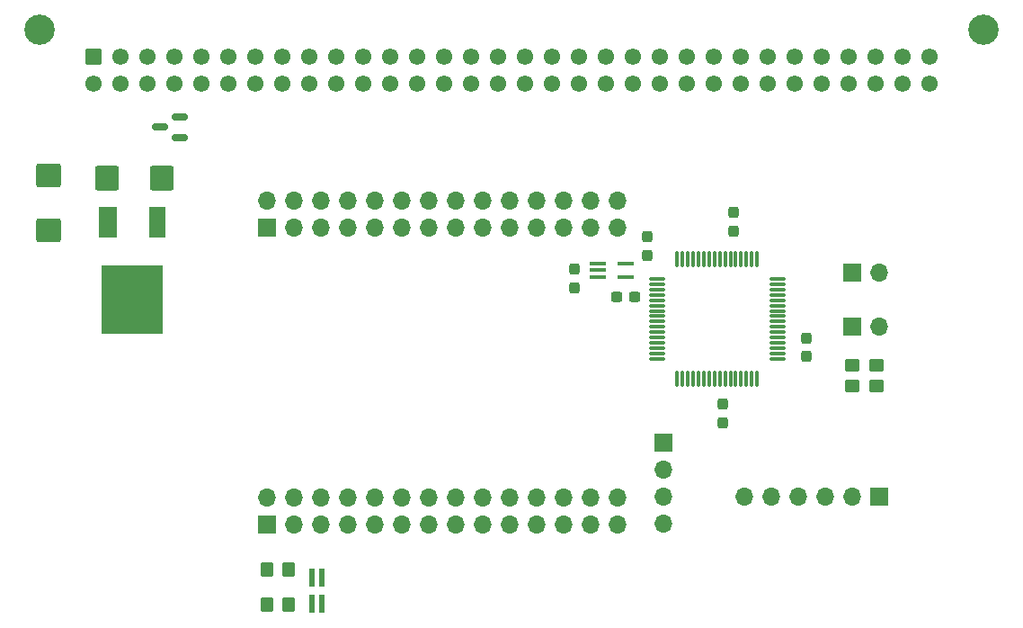
<source format=gbr>
%TF.GenerationSoftware,KiCad,Pcbnew,(6.0.9-0)*%
%TF.CreationDate,2023-01-09T20:35:06+02:00*%
%TF.ProjectId,QE_PCB,51455f50-4342-42e6-9b69-6361645f7063,rev?*%
%TF.SameCoordinates,Original*%
%TF.FileFunction,Soldermask,Top*%
%TF.FilePolarity,Negative*%
%FSLAX46Y46*%
G04 Gerber Fmt 4.6, Leading zero omitted, Abs format (unit mm)*
G04 Created by KiCad (PCBNEW (6.0.9-0)) date 2023-01-09 20:35:06*
%MOMM*%
%LPD*%
G01*
G04 APERTURE LIST*
G04 Aperture macros list*
%AMRoundRect*
0 Rectangle with rounded corners*
0 $1 Rounding radius*
0 $2 $3 $4 $5 $6 $7 $8 $9 X,Y pos of 4 corners*
0 Add a 4 corners polygon primitive as box body*
4,1,4,$2,$3,$4,$5,$6,$7,$8,$9,$2,$3,0*
0 Add four circle primitives for the rounded corners*
1,1,$1+$1,$2,$3*
1,1,$1+$1,$4,$5*
1,1,$1+$1,$6,$7*
1,1,$1+$1,$8,$9*
0 Add four rect primitives between the rounded corners*
20,1,$1+$1,$2,$3,$4,$5,0*
20,1,$1+$1,$4,$5,$6,$7,0*
20,1,$1+$1,$6,$7,$8,$9,0*
20,1,$1+$1,$8,$9,$2,$3,0*%
G04 Aperture macros list end*
%ADD10RoundRect,0.250000X0.350000X0.450000X-0.350000X0.450000X-0.350000X-0.450000X0.350000X-0.450000X0*%
%ADD11R,0.600000X1.800000*%
%ADD12R,1.700000X1.700000*%
%ADD13O,1.700000X1.700000*%
%ADD14RoundRect,0.250000X-0.450000X0.350000X-0.450000X-0.350000X0.450000X-0.350000X0.450000X0.350000X0*%
%ADD15RoundRect,0.237500X0.237500X-0.300000X0.237500X0.300000X-0.237500X0.300000X-0.237500X-0.300000X0*%
%ADD16R,1.600000X3.000000*%
%ADD17R,5.800000X6.400000*%
%ADD18R,1.700000X3.000000*%
%ADD19RoundRect,0.250000X-0.875000X-0.925000X0.875000X-0.925000X0.875000X0.925000X-0.875000X0.925000X0*%
%ADD20RoundRect,0.075000X-0.662500X-0.075000X0.662500X-0.075000X0.662500X0.075000X-0.662500X0.075000X0*%
%ADD21RoundRect,0.075000X-0.075000X-0.662500X0.075000X-0.662500X0.075000X0.662500X-0.075000X0.662500X0*%
%ADD22C,2.850000*%
%ADD23C,1.550000*%
%ADD24RoundRect,0.249999X-0.525001X-0.525001X0.525001X-0.525001X0.525001X0.525001X-0.525001X0.525001X0*%
%ADD25RoundRect,0.237500X-0.237500X0.300000X-0.237500X-0.300000X0.237500X-0.300000X0.237500X0.300000X0*%
%ADD26RoundRect,0.250000X0.925000X-0.875000X0.925000X0.875000X-0.925000X0.875000X-0.925000X-0.875000X0*%
%ADD27RoundRect,0.237500X0.300000X0.237500X-0.300000X0.237500X-0.300000X-0.237500X0.300000X-0.237500X0*%
%ADD28R,1.500000X0.400000*%
%ADD29RoundRect,0.150000X0.587500X0.150000X-0.587500X0.150000X-0.587500X-0.150000X0.587500X-0.150000X0*%
%ADD30RoundRect,0.250000X0.450000X-0.350000X0.450000X0.350000X-0.450000X0.350000X-0.450000X-0.350000X0*%
G04 APERTURE END LIST*
D10*
%TO.C,R4*%
X75692000Y-113538000D03*
X73692000Y-113538000D03*
%TD*%
%TO.C,R3*%
X75676000Y-110236000D03*
X73676000Y-110236000D03*
%TD*%
D11*
%TO.C,D1*%
X77924000Y-113394000D03*
X77924000Y-110994000D03*
X78874000Y-110994000D03*
X78874000Y-113394000D03*
%TD*%
D12*
%TO.C,J5*%
X110998000Y-98298000D03*
D13*
X110998000Y-100838000D03*
X110998000Y-103378000D03*
X110998000Y-105918000D03*
%TD*%
D14*
%TO.C,R2*%
X128778000Y-90948000D03*
X128778000Y-92948000D03*
%TD*%
D15*
%TO.C,C6*%
X117602000Y-78332500D03*
X117602000Y-76607500D03*
%TD*%
D16*
%TO.C,U1*%
X63310800Y-77502400D03*
D17*
X61010800Y-84802400D03*
D18*
X58660800Y-77502400D03*
%TD*%
D12*
%TO.C,J1*%
X131318000Y-103378000D03*
D13*
X128778000Y-103378000D03*
X126238000Y-103378000D03*
X123698000Y-103378000D03*
X121158000Y-103378000D03*
X118618000Y-103378000D03*
%TD*%
D12*
%TO.C,J4*%
X128773000Y-87376000D03*
D13*
X131313000Y-87376000D03*
%TD*%
D19*
%TO.C,C1*%
X58638600Y-73355200D03*
X63738600Y-73355200D03*
%TD*%
D20*
%TO.C,U2*%
X110415500Y-82864000D03*
X110415500Y-83364000D03*
X110415500Y-83864000D03*
X110415500Y-84364000D03*
X110415500Y-84864000D03*
X110415500Y-85364000D03*
X110415500Y-85864000D03*
X110415500Y-86364000D03*
X110415500Y-86864000D03*
X110415500Y-87364000D03*
X110415500Y-87864000D03*
X110415500Y-88364000D03*
X110415500Y-88864000D03*
X110415500Y-89364000D03*
X110415500Y-89864000D03*
X110415500Y-90364000D03*
D21*
X112328000Y-92276500D03*
X112828000Y-92276500D03*
X113328000Y-92276500D03*
X113828000Y-92276500D03*
X114328000Y-92276500D03*
X114828000Y-92276500D03*
X115328000Y-92276500D03*
X115828000Y-92276500D03*
X116328000Y-92276500D03*
X116828000Y-92276500D03*
X117328000Y-92276500D03*
X117828000Y-92276500D03*
X118328000Y-92276500D03*
X118828000Y-92276500D03*
X119328000Y-92276500D03*
X119828000Y-92276500D03*
D20*
X121740500Y-90364000D03*
X121740500Y-89864000D03*
X121740500Y-89364000D03*
X121740500Y-88864000D03*
X121740500Y-88364000D03*
X121740500Y-87864000D03*
X121740500Y-87364000D03*
X121740500Y-86864000D03*
X121740500Y-86364000D03*
X121740500Y-85864000D03*
X121740500Y-85364000D03*
X121740500Y-84864000D03*
X121740500Y-84364000D03*
X121740500Y-83864000D03*
X121740500Y-83364000D03*
X121740500Y-82864000D03*
D21*
X119828000Y-80951500D03*
X119328000Y-80951500D03*
X118828000Y-80951500D03*
X118328000Y-80951500D03*
X117828000Y-80951500D03*
X117328000Y-80951500D03*
X116828000Y-80951500D03*
X116328000Y-80951500D03*
X115828000Y-80951500D03*
X115328000Y-80951500D03*
X114828000Y-80951500D03*
X114328000Y-80951500D03*
X113828000Y-80951500D03*
X113328000Y-80951500D03*
X112828000Y-80951500D03*
X112328000Y-80951500D03*
%TD*%
D12*
%TO.C,J2*%
X128773000Y-82296000D03*
D13*
X131313000Y-82296000D03*
%TD*%
D22*
%TO.C,J3*%
X141155000Y-59387000D03*
X52255000Y-59387000D03*
D23*
X136075000Y-61927000D03*
X133535000Y-61927000D03*
X130995000Y-61927000D03*
X128455000Y-61927000D03*
X125915000Y-61927000D03*
X123375000Y-61927000D03*
X120835000Y-61927000D03*
X118295000Y-61927000D03*
X115755000Y-61927000D03*
X113215000Y-61927000D03*
X110675000Y-61927000D03*
X108135000Y-61927000D03*
X105595000Y-61927000D03*
X103055000Y-61927000D03*
X100515000Y-61927000D03*
X97975000Y-61927000D03*
X95435000Y-61927000D03*
X92895000Y-61927000D03*
X90355000Y-61927000D03*
X87815000Y-61927000D03*
X85275000Y-61927000D03*
X82735000Y-61927000D03*
X80195000Y-61927000D03*
X77655000Y-61927000D03*
X75115000Y-61927000D03*
X72575000Y-61927000D03*
X70035000Y-61927000D03*
X67495000Y-61927000D03*
X64955000Y-61927000D03*
X62415000Y-61927000D03*
X59875000Y-61927000D03*
D24*
X57335000Y-61927000D03*
D23*
X136075000Y-64467000D03*
X133535000Y-64467000D03*
X130995000Y-64467000D03*
X128455000Y-64467000D03*
X125915000Y-64467000D03*
X123375000Y-64467000D03*
X120835000Y-64467000D03*
X118295000Y-64467000D03*
X115755000Y-64467000D03*
X113215000Y-64467000D03*
X110675000Y-64467000D03*
X108135000Y-64467000D03*
X105595000Y-64467000D03*
X103055000Y-64467000D03*
X100515000Y-64467000D03*
X97975000Y-64467000D03*
X95435000Y-64467000D03*
X92895000Y-64467000D03*
X90355000Y-64467000D03*
X87815000Y-64467000D03*
X85275000Y-64467000D03*
X82735000Y-64467000D03*
X80195000Y-64467000D03*
X77655000Y-64467000D03*
X75115000Y-64467000D03*
X72575000Y-64467000D03*
X70035000Y-64467000D03*
X67495000Y-64467000D03*
X64955000Y-64467000D03*
X62415000Y-64467000D03*
X59875000Y-64467000D03*
X57335000Y-64467000D03*
%TD*%
D25*
%TO.C,C3*%
X116586000Y-96366500D03*
X116586000Y-94641500D03*
%TD*%
%TO.C,C8*%
X102616000Y-81941500D03*
X102616000Y-83666500D03*
%TD*%
D26*
%TO.C,C2*%
X53100000Y-78250000D03*
X53100000Y-73150000D03*
%TD*%
D25*
%TO.C,C4*%
X124460000Y-88445000D03*
X124460000Y-90170000D03*
%TD*%
D27*
%TO.C,C5*%
X108304500Y-84582000D03*
X106579500Y-84582000D03*
%TD*%
D28*
%TO.C,U4*%
X104842000Y-81392000D03*
X104842000Y-82042000D03*
X104842000Y-82692000D03*
X107502000Y-82692000D03*
X107502000Y-81392000D03*
%TD*%
D29*
%TO.C,Q1*%
X65453500Y-69530000D03*
X65453500Y-67630000D03*
X63578500Y-68580000D03*
%TD*%
D30*
%TO.C,R1*%
X131064000Y-92948000D03*
X131064000Y-90948000D03*
%TD*%
D12*
%TO.C,U3*%
X73670000Y-105938000D03*
D13*
X73670000Y-103398000D03*
X76210000Y-105938000D03*
X76210000Y-103398000D03*
X78750000Y-105938000D03*
X78750000Y-103398000D03*
X81290000Y-105938000D03*
X81290000Y-103398000D03*
X83830000Y-105938000D03*
X83830000Y-103398000D03*
X86370000Y-105938000D03*
X86370000Y-103398000D03*
X88910000Y-105938000D03*
X88910000Y-103398000D03*
X91450000Y-105938000D03*
X91450000Y-103398000D03*
X93990000Y-105938000D03*
X93990000Y-103398000D03*
X96530000Y-105938000D03*
X96530000Y-103398000D03*
X99070000Y-105938000D03*
X99070000Y-103398000D03*
X101610000Y-105938000D03*
X101610000Y-103398000D03*
X104150000Y-105938000D03*
X104150000Y-103398000D03*
X106690000Y-105938000D03*
X106690000Y-103398000D03*
D12*
X73670000Y-77998000D03*
D13*
X73670000Y-75458000D03*
X76210000Y-77998000D03*
X76210000Y-75458000D03*
X78750000Y-77998000D03*
X78750000Y-75458000D03*
X81290000Y-77998000D03*
X81290000Y-75458000D03*
X83830000Y-77998000D03*
X83830000Y-75458000D03*
X86370000Y-77998000D03*
X86370000Y-75458000D03*
X88910000Y-77998000D03*
X88910000Y-75458000D03*
X91450000Y-77998000D03*
X91450000Y-75458000D03*
X93990000Y-77998000D03*
X93990000Y-75458000D03*
X96530000Y-77998000D03*
X96530000Y-75458000D03*
X99070000Y-77998000D03*
X99070000Y-75458000D03*
X101610000Y-77998000D03*
X101610000Y-75458000D03*
X104150000Y-77998000D03*
X104150000Y-75458000D03*
X106690000Y-77998000D03*
X106690000Y-75458000D03*
%TD*%
D15*
%TO.C,C7*%
X109474000Y-80618500D03*
X109474000Y-78893500D03*
%TD*%
M02*

</source>
